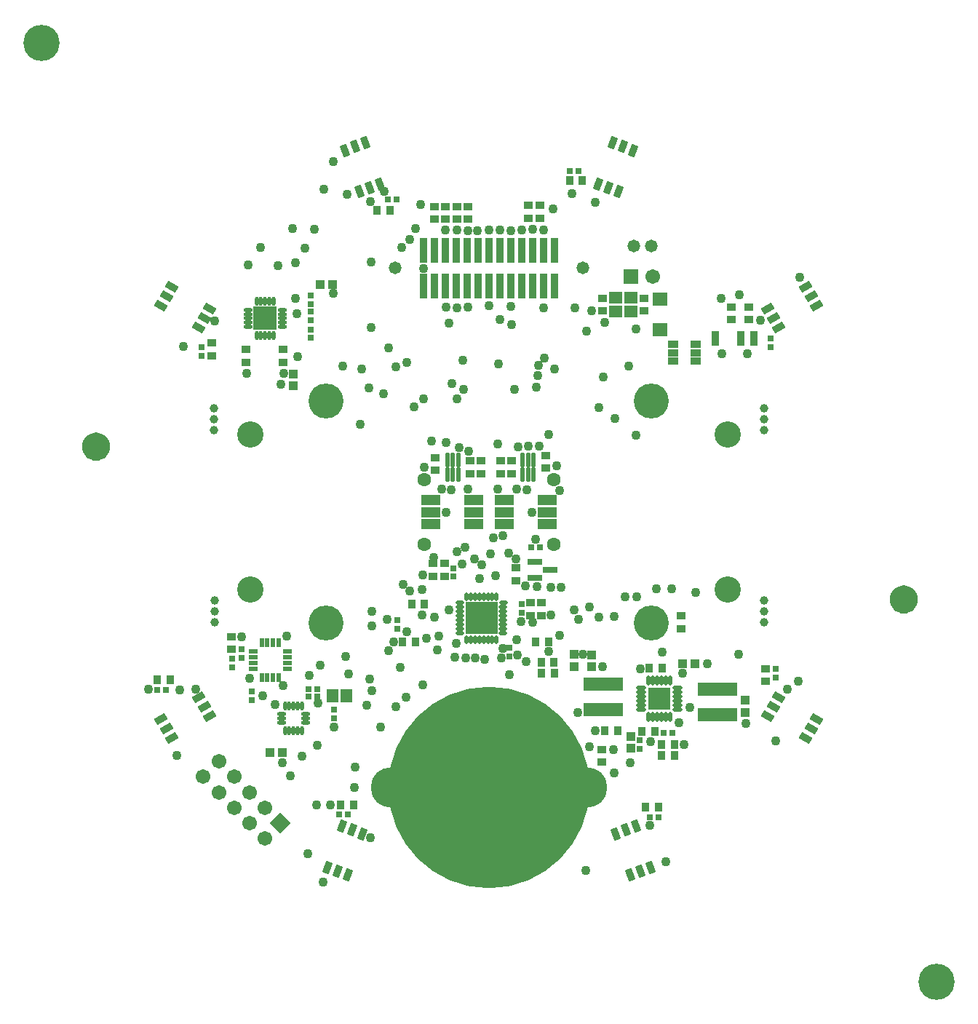
<source format=gts>
%FSLAX25Y25*%
%MOIN*%
G70*
G01*
G75*
G04 Layer_Color=8388736*
%ADD10R,0.03543X0.02756*%
%ADD11R,0.02756X0.03543*%
%ADD12R,0.01969X0.02362*%
%ADD13R,0.02362X0.01969*%
%ADD14R,0.07874X0.03937*%
G04:AMPARAMS|DCode=15|XSize=24mil|YSize=47mil|CornerRadius=0mil|HoleSize=0mil|Usage=FLASHONLY|Rotation=200.000|XOffset=0mil|YOffset=0mil|HoleType=Round|Shape=Rectangle|*
%AMROTATEDRECTD15*
4,1,4,0.00324,0.02619,0.01931,-0.01798,-0.00324,-0.02619,-0.01931,0.01798,0.00324,0.02619,0.0*
%
%ADD15ROTATEDRECTD15*%

G04:AMPARAMS|DCode=16|XSize=24mil|YSize=47mil|CornerRadius=0mil|HoleSize=0mil|Usage=FLASHONLY|Rotation=340.000|XOffset=0mil|YOffset=0mil|HoleType=Round|Shape=Rectangle|*
%AMROTATEDRECTD16*
4,1,4,-0.01931,-0.01798,-0.00324,0.02619,0.01931,0.01798,0.00324,-0.02619,-0.01931,-0.01798,0.0*
%
%ADD16ROTATEDRECTD16*%

G04:AMPARAMS|DCode=17|XSize=24mil|YSize=47mil|CornerRadius=0mil|HoleSize=0mil|Usage=FLASHONLY|Rotation=120.000|XOffset=0mil|YOffset=0mil|HoleType=Round|Shape=Rectangle|*
%AMROTATEDRECTD17*
4,1,4,0.02635,0.00136,-0.01435,-0.02214,-0.02635,-0.00136,0.01435,0.02214,0.02635,0.00136,0.0*
%
%ADD17ROTATEDRECTD17*%

%ADD18R,0.03543X0.03150*%
%ADD19R,0.03150X0.03543*%
%ADD20R,0.17300X0.05650*%
%ADD21O,0.01378X0.05906*%
G04:AMPARAMS|DCode=22|XSize=24mil|YSize=47mil|CornerRadius=0mil|HoleSize=0mil|Usage=FLASHONLY|Rotation=240.000|XOffset=0mil|YOffset=0mil|HoleType=Round|Shape=Rectangle|*
%AMROTATEDRECTD22*
4,1,4,-0.01435,0.02214,0.02635,-0.00136,0.01435,-0.02214,-0.02635,0.00136,-0.01435,0.02214,0.0*
%
%ADD22ROTATEDRECTD22*%

%ADD23R,0.05512X0.04724*%
%ADD24C,0.04000*%
%ADD25R,0.06299X0.05118*%
%ADD26R,0.02913X0.11004*%
%ADD27R,0.04724X0.05512*%
%ADD28R,0.03150X0.01181*%
%ADD29R,0.01181X0.03150*%
%ADD30O,0.03347X0.00984*%
%ADD31O,0.00984X0.03347*%
%ADD32O,0.03150X0.00984*%
%ADD33O,0.00984X0.03150*%
%ADD34R,0.14173X0.14173*%
%ADD35R,0.09843X0.09843*%
%ADD36O,0.00984X0.03740*%
%ADD37O,0.03740X0.00984*%
%ADD38R,0.09449X0.09449*%
%ADD39R,0.05906X0.02362*%
%ADD40R,0.04000X0.02800*%
%ADD41R,0.02756X0.05906*%
%ADD42C,0.02500*%
%ADD43C,0.04000*%
%ADD44C,0.00800*%
%ADD45C,0.01500*%
%ADD46C,0.01000*%
%ADD47C,0.03000*%
%ADD48C,0.02000*%
%ADD49R,0.15800X0.06400*%
%ADD50C,0.15800*%
%ADD51C,0.03100*%
%ADD52C,0.05512*%
%ADD53C,0.05000*%
%ADD54R,0.05906X0.05906*%
%ADD55C,0.05906*%
%ADD56P,0.08352X4X180.0*%
%ADD57C,0.03543*%
%ADD58C,0.03500*%
%ADD59C,0.11200*%
%ADD60C,0.15200*%
%ADD61C,0.17500*%
%ADD62C,0.91500*%
%ADD63C,0.02598*%
%ADD64C,0.00984*%
%ADD65C,0.00787*%
%ADD66C,0.00394*%
%ADD67C,0.00500*%
%ADD68R,0.04343X0.03556*%
%ADD69R,0.03556X0.04343*%
%ADD70R,0.02769X0.03162*%
%ADD71R,0.03162X0.02769*%
%ADD72R,0.08674X0.04737*%
G04:AMPARAMS|DCode=73|XSize=32mil|YSize=55mil|CornerRadius=0mil|HoleSize=0mil|Usage=FLASHONLY|Rotation=200.000|XOffset=0mil|YOffset=0mil|HoleType=Round|Shape=Rectangle|*
%AMROTATEDRECTD73*
4,1,4,0.00563,0.03131,0.02444,-0.02037,-0.00563,-0.03131,-0.02444,0.02037,0.00563,0.03131,0.0*
%
%ADD73ROTATEDRECTD73*%

G04:AMPARAMS|DCode=74|XSize=32mil|YSize=55mil|CornerRadius=0mil|HoleSize=0mil|Usage=FLASHONLY|Rotation=340.000|XOffset=0mil|YOffset=0mil|HoleType=Round|Shape=Rectangle|*
%AMROTATEDRECTD74*
4,1,4,-0.02444,-0.02037,-0.00563,0.03131,0.02444,0.02037,0.00563,-0.03131,-0.02444,-0.02037,0.0*
%
%ADD74ROTATEDRECTD74*%

G04:AMPARAMS|DCode=75|XSize=32mil|YSize=55mil|CornerRadius=0mil|HoleSize=0mil|Usage=FLASHONLY|Rotation=120.000|XOffset=0mil|YOffset=0mil|HoleType=Round|Shape=Rectangle|*
%AMROTATEDRECTD75*
4,1,4,0.03182,-0.00011,-0.01582,-0.02761,-0.03182,0.00011,0.01582,0.02761,0.03182,-0.00011,0.0*
%
%ADD75ROTATEDRECTD75*%

%ADD76R,0.04343X0.03950*%
%ADD77R,0.03950X0.04343*%
%ADD78R,0.18100X0.06450*%
%ADD79O,0.02178X0.06706*%
G04:AMPARAMS|DCode=80|XSize=32mil|YSize=55mil|CornerRadius=0mil|HoleSize=0mil|Usage=FLASHONLY|Rotation=240.000|XOffset=0mil|YOffset=0mil|HoleType=Round|Shape=Rectangle|*
%AMROTATEDRECTD80*
4,1,4,-0.01582,0.02761,0.03182,0.00011,0.01582,-0.02761,-0.03182,-0.00011,-0.01582,0.02761,0.0*
%
%ADD80ROTATEDRECTD80*%

%ADD81R,0.06312X0.05524*%
%ADD82R,0.07099X0.05918*%
%ADD83R,0.03713X0.11804*%
%ADD84R,0.05524X0.06312*%
%ADD85R,0.03950X0.01981*%
%ADD86R,0.01981X0.03950*%
%ADD87O,0.04147X0.01784*%
%ADD88O,0.01784X0.04147*%
%ADD89O,0.03950X0.01784*%
%ADD90O,0.01784X0.03950*%
%ADD91R,0.14973X0.14973*%
%ADD92R,0.10642X0.10642*%
%ADD93O,0.01784X0.04540*%
%ADD94O,0.04540X0.01784*%
%ADD95R,0.10249X0.10249*%
%ADD96R,0.06706X0.03162*%
%ADD97R,0.04800X0.03600*%
%ADD98R,0.03556X0.06706*%
%ADD99C,0.16600*%
%ADD100C,0.03900*%
%ADD101C,0.06312*%
%ADD102C,0.05800*%
%ADD103R,0.06706X0.06706*%
%ADD104C,0.06706*%
%ADD105P,0.09483X4X180.0*%
%ADD106C,0.04343*%
%ADD107C,0.04300*%
%ADD108C,0.12000*%
%ADD109C,0.16000*%
%ADD110C,0.18300*%
%ADD111C,0.92300*%
G36*
X591255Y366307D02*
X592461Y365941D01*
X593573Y365347D01*
X594547Y364547D01*
X595347Y363573D01*
X595941Y362461D01*
X596307Y361255D01*
X596431Y360000D01*
X596307Y358745D01*
X595941Y357539D01*
X595347Y356427D01*
X594547Y355453D01*
X593573Y354653D01*
X592461Y354059D01*
X591255Y353693D01*
X590000Y353569D01*
X588745Y353693D01*
X587539Y354059D01*
X586427Y354653D01*
X585453Y355453D01*
X584653Y356427D01*
X584059Y357539D01*
X583693Y358745D01*
X583569Y360000D01*
X583693Y361255D01*
X584059Y362461D01*
X584653Y363573D01*
X585453Y364547D01*
X586427Y365347D01*
X587539Y365941D01*
X588745Y366307D01*
X590000Y366431D01*
X591255Y366307D01*
D02*
G37*
G36*
X221255Y436307D02*
X222461Y435941D01*
X223573Y435347D01*
X224547Y434547D01*
X225347Y433573D01*
X225941Y432461D01*
X226307Y431255D01*
X226431Y430000D01*
X226307Y428745D01*
X225941Y427539D01*
X225347Y426427D01*
X224547Y425453D01*
X223573Y424653D01*
X222461Y424059D01*
X221255Y423693D01*
X220000Y423569D01*
X218745Y423693D01*
X217539Y424059D01*
X216427Y424653D01*
X215453Y425453D01*
X214653Y426427D01*
X214059Y427539D01*
X213693Y428745D01*
X213569Y430000D01*
X213693Y431255D01*
X214059Y432461D01*
X214653Y433573D01*
X215453Y434547D01*
X216427Y435347D01*
X217539Y435941D01*
X218745Y436307D01*
X220000Y436431D01*
X221255Y436307D01*
D02*
G37*
D68*
X423500Y534547D02*
D03*
Y540453D02*
D03*
X418000Y534547D02*
D03*
Y540453D02*
D03*
X488150Y352553D02*
D03*
Y346647D02*
D03*
X379600Y370597D02*
D03*
Y376503D02*
D03*
X391400Y417547D02*
D03*
Y423453D02*
D03*
X396400Y417547D02*
D03*
Y423453D02*
D03*
X375400Y424953D02*
D03*
Y419047D02*
D03*
X425900Y425953D02*
D03*
Y420047D02*
D03*
X451600Y285447D02*
D03*
Y291353D02*
D03*
X273000Y477453D02*
D03*
Y471547D02*
D03*
X526750Y322447D02*
D03*
Y328353D02*
D03*
X519000Y493953D02*
D03*
Y488047D02*
D03*
X281950Y342953D02*
D03*
Y337047D02*
D03*
X405400Y417547D02*
D03*
Y423453D02*
D03*
X410400Y423453D02*
D03*
Y417547D02*
D03*
X288800Y474553D02*
D03*
Y468647D02*
D03*
X305800Y474553D02*
D03*
Y468647D02*
D03*
X375000Y534047D02*
D03*
Y539953D02*
D03*
X380000Y534047D02*
D03*
Y539953D02*
D03*
X385500Y534047D02*
D03*
Y539953D02*
D03*
X390500Y534047D02*
D03*
Y539953D02*
D03*
X419000Y358453D02*
D03*
Y352547D02*
D03*
X374200Y370597D02*
D03*
Y376503D02*
D03*
X511000Y488047D02*
D03*
Y493953D02*
D03*
X452000Y492047D02*
D03*
Y497953D02*
D03*
X471000Y497953D02*
D03*
Y492047D02*
D03*
X412500Y374453D02*
D03*
Y368547D02*
D03*
X424000Y358453D02*
D03*
Y352547D02*
D03*
D69*
X364547Y358000D02*
D03*
X370453D02*
D03*
X429853Y331350D02*
D03*
X423947D02*
D03*
X423997Y326300D02*
D03*
X429903D02*
D03*
X475953Y299500D02*
D03*
X470047D02*
D03*
X484953Y288500D02*
D03*
X479047D02*
D03*
X479047Y293500D02*
D03*
X484953D02*
D03*
X348797Y538350D02*
D03*
X354703D02*
D03*
X254053Y323200D02*
D03*
X248147D02*
D03*
X332047Y266000D02*
D03*
X337953D02*
D03*
X471697Y264750D02*
D03*
X477603D02*
D03*
X442853Y551800D02*
D03*
X436947D02*
D03*
X479203Y328500D02*
D03*
X473297D02*
D03*
X366303Y340650D02*
D03*
X360397D02*
D03*
X453047Y300000D02*
D03*
X458953D02*
D03*
X427403Y340450D02*
D03*
X421497D02*
D03*
D70*
X357900Y346481D02*
D03*
Y350418D02*
D03*
X383650Y374319D02*
D03*
Y370381D02*
D03*
X318431Y491731D02*
D03*
Y487794D02*
D03*
X318400Y483669D02*
D03*
Y479731D02*
D03*
X268500Y471531D02*
D03*
Y475468D02*
D03*
X531400Y328219D02*
D03*
Y324282D02*
D03*
X529000Y479468D02*
D03*
Y475531D02*
D03*
X286800Y337268D02*
D03*
Y333331D02*
D03*
X282250Y332769D02*
D03*
Y328832D02*
D03*
X291500Y317969D02*
D03*
Y314032D02*
D03*
X329000Y309469D02*
D03*
Y305532D02*
D03*
X409500Y334032D02*
D03*
Y337968D02*
D03*
X318300Y499068D02*
D03*
Y495131D02*
D03*
X469000Y295468D02*
D03*
Y291531D02*
D03*
X415000Y354031D02*
D03*
Y357968D02*
D03*
D71*
X423468Y384000D02*
D03*
X419531D02*
D03*
X321468Y319000D02*
D03*
X317531D02*
D03*
X321468Y315500D02*
D03*
X317531D02*
D03*
X357618Y543350D02*
D03*
X353681D02*
D03*
X247982Y318550D02*
D03*
X251919Y318550D02*
D03*
X335469Y261500D02*
D03*
X331532D02*
D03*
X477619Y260250D02*
D03*
X473681D02*
D03*
X436932Y556300D02*
D03*
X440869D02*
D03*
X483968Y299000D02*
D03*
X480031D02*
D03*
D72*
X407063Y405512D02*
D03*
X426748D02*
D03*
Y400000D02*
D03*
X407063D02*
D03*
X426748Y394488D02*
D03*
X407063D02*
D03*
X392937D02*
D03*
X373252D02*
D03*
Y400000D02*
D03*
X392937D02*
D03*
X373252Y405512D02*
D03*
X392937D02*
D03*
D73*
X343278Y569107D02*
D03*
X350119Y550313D02*
D03*
X345420Y548603D02*
D03*
X340722Y546893D02*
D03*
X338580Y567397D02*
D03*
X333881Y565687D02*
D03*
X464722Y233893D02*
D03*
X457881Y252687D02*
D03*
X462580Y254397D02*
D03*
X467278Y256107D02*
D03*
X469420Y235603D02*
D03*
X474119Y237313D02*
D03*
D74*
X325881D02*
D03*
X332722Y256107D02*
D03*
X337420Y254397D02*
D03*
X342119Y252687D02*
D03*
X330580Y235603D02*
D03*
X335278Y233893D02*
D03*
X466119Y565687D02*
D03*
X459278Y546893D02*
D03*
X454580Y548603D02*
D03*
X449881Y550313D02*
D03*
X461420Y567397D02*
D03*
X456722Y569107D02*
D03*
D75*
X550160Y494670D02*
D03*
X532840Y484670D02*
D03*
X530340Y489000D02*
D03*
X527840Y493330D02*
D03*
X547660Y499000D02*
D03*
X545160Y503330D02*
D03*
X249840Y305330D02*
D03*
X267160Y315330D02*
D03*
X269660Y311000D02*
D03*
X272160Y306670D02*
D03*
X252340Y301000D02*
D03*
X254840Y296670D02*
D03*
D76*
X310500Y463256D02*
D03*
Y457744D02*
D03*
X446950Y334606D02*
D03*
Y329094D02*
D03*
X465000Y297256D02*
D03*
Y291744D02*
D03*
X517500Y308244D02*
D03*
Y313756D02*
D03*
X439050Y334706D02*
D03*
Y329194D02*
D03*
D77*
X305256Y289800D02*
D03*
X299744D02*
D03*
X494256Y330500D02*
D03*
X488744D02*
D03*
X322744Y504200D02*
D03*
X328256D02*
D03*
D78*
X504600Y307275D02*
D03*
Y318925D02*
D03*
X452500Y309675D02*
D03*
Y321325D02*
D03*
D79*
X415341Y417154D02*
D03*
X417900D02*
D03*
X420459D02*
D03*
X415341Y423846D02*
D03*
X417900D02*
D03*
X420459D02*
D03*
X380941Y417154D02*
D03*
X383500D02*
D03*
X386059D02*
D03*
X380941Y423846D02*
D03*
X383500D02*
D03*
X386059D02*
D03*
D80*
X254840Y503330D02*
D03*
X272160Y493330D02*
D03*
X269660Y489000D02*
D03*
X267160Y484670D02*
D03*
X252340Y499000D02*
D03*
X249840Y494670D02*
D03*
X545160Y296670D02*
D03*
X527840Y306670D02*
D03*
X530340Y311000D02*
D03*
X532840Y315330D02*
D03*
X547660Y301000D02*
D03*
X550160Y305330D02*
D03*
D81*
X458000Y491850D02*
D03*
Y498150D02*
D03*
X465000Y491850D02*
D03*
Y498150D02*
D03*
D82*
X478500Y497390D02*
D03*
Y483610D02*
D03*
D83*
X370000Y503698D02*
D03*
X430000D02*
D03*
X425000D02*
D03*
X420000D02*
D03*
X415000D02*
D03*
Y519702D02*
D03*
X420000D02*
D03*
X425000D02*
D03*
X430000D02*
D03*
X410000D02*
D03*
Y503698D02*
D03*
X405000D02*
D03*
Y519702D02*
D03*
X400000D02*
D03*
Y503698D02*
D03*
X395000D02*
D03*
Y519702D02*
D03*
X390000Y503698D02*
D03*
Y519702D02*
D03*
X385000D02*
D03*
Y503698D02*
D03*
X380000D02*
D03*
Y519702D02*
D03*
X375000D02*
D03*
Y503698D02*
D03*
X370000Y519702D02*
D03*
D84*
X328350Y316000D02*
D03*
X334650D02*
D03*
D85*
X291926Y328361D02*
D03*
Y330921D02*
D03*
Y333479D02*
D03*
Y336039D02*
D03*
X307674D02*
D03*
Y333479D02*
D03*
Y330921D02*
D03*
Y328361D02*
D03*
D86*
X295961Y340074D02*
D03*
X298520D02*
D03*
X301080D02*
D03*
X303639D02*
D03*
Y324326D02*
D03*
X301080D02*
D03*
X298520D02*
D03*
X295961D02*
D03*
D87*
X316110Y307469D02*
D03*
Y305500D02*
D03*
Y303532D02*
D03*
X304890D02*
D03*
Y305500D02*
D03*
Y307469D02*
D03*
X289724Y492637D02*
D03*
Y490668D02*
D03*
Y488700D02*
D03*
Y486731D02*
D03*
Y484763D02*
D03*
X305276D02*
D03*
Y486731D02*
D03*
Y488700D02*
D03*
Y490668D02*
D03*
Y492637D02*
D03*
D88*
X314437Y299890D02*
D03*
X312469D02*
D03*
X310500D02*
D03*
X308531D02*
D03*
X306563D02*
D03*
Y311110D02*
D03*
X308531D02*
D03*
X310500D02*
D03*
X312469D02*
D03*
X314437D02*
D03*
X301437Y496476D02*
D03*
X299468D02*
D03*
X297500D02*
D03*
X295532D02*
D03*
X293563D02*
D03*
Y480924D02*
D03*
X295532D02*
D03*
X297500D02*
D03*
X299468D02*
D03*
X301437D02*
D03*
D89*
X406442Y344610D02*
D03*
Y346579D02*
D03*
Y348547D02*
D03*
Y350516D02*
D03*
Y352484D02*
D03*
Y354453D02*
D03*
Y356421D02*
D03*
X406652Y358390D02*
D03*
X386757D02*
D03*
Y356421D02*
D03*
Y354453D02*
D03*
Y352484D02*
D03*
Y350516D02*
D03*
Y348547D02*
D03*
Y346579D02*
D03*
Y344610D02*
D03*
D90*
X403490Y361343D02*
D03*
X401521D02*
D03*
X399553D02*
D03*
X397584D02*
D03*
X395616D02*
D03*
X393647D02*
D03*
X391679D02*
D03*
X389710D02*
D03*
Y341657D02*
D03*
X391679D02*
D03*
X393647D02*
D03*
X395616D02*
D03*
X397584D02*
D03*
X399553D02*
D03*
X401521D02*
D03*
X403490D02*
D03*
D91*
X396600Y351500D02*
D03*
D92*
X297500Y488700D02*
D03*
D93*
X473179Y306332D02*
D03*
X475147D02*
D03*
X477116D02*
D03*
X479084D02*
D03*
X481053D02*
D03*
X483021D02*
D03*
Y322868D02*
D03*
X481053D02*
D03*
X479084D02*
D03*
X477116D02*
D03*
X475147D02*
D03*
X473179D02*
D03*
D94*
X486368Y309679D02*
D03*
Y311647D02*
D03*
Y313616D02*
D03*
Y315584D02*
D03*
Y317553D02*
D03*
Y319521D02*
D03*
X469832D02*
D03*
Y317553D02*
D03*
Y315584D02*
D03*
Y313616D02*
D03*
Y311647D02*
D03*
Y309679D02*
D03*
D95*
X478100Y314600D02*
D03*
D96*
X428043Y373500D02*
D03*
X420957Y369760D02*
D03*
Y377240D02*
D03*
D97*
X484387Y472993D02*
D03*
X484383Y469255D02*
D03*
X494600D02*
D03*
Y472995D02*
D03*
X484383Y476735D02*
D03*
X494600D02*
D03*
D98*
X515453Y479390D02*
D03*
X521358D02*
D03*
X503642D02*
D03*
D99*
X605000Y185000D02*
D03*
X195000Y615000D02*
D03*
D100*
X274500Y359500D02*
D03*
X526000Y447500D02*
D03*
Y442500D02*
D03*
Y437500D02*
D03*
Y349500D02*
D03*
Y354500D02*
D03*
Y359500D02*
D03*
X274500Y354500D02*
D03*
Y349500D02*
D03*
X274000Y437500D02*
D03*
Y442500D02*
D03*
Y447500D02*
D03*
D101*
X429537Y385236D02*
D03*
Y414764D02*
D03*
X370463D02*
D03*
Y385236D02*
D03*
D102*
X474500Y522000D02*
D03*
X466500D02*
D03*
X443100Y511700D02*
D03*
X356900D02*
D03*
D103*
X465000Y508000D02*
D03*
D104*
X475000D02*
D03*
X297429Y250429D02*
D03*
Y264571D02*
D03*
X290358Y257500D02*
D03*
Y271642D02*
D03*
X283287Y264571D02*
D03*
Y278713D02*
D03*
X276216Y271642D02*
D03*
Y285784D02*
D03*
X269145Y278713D02*
D03*
D105*
X304500Y257500D02*
D03*
D106*
X506595Y472500D02*
D03*
X518405D02*
D03*
D107*
X524300Y487800D02*
D03*
X514800Y499600D02*
D03*
X452900Y486900D02*
D03*
X353500Y351000D02*
D03*
X346500Y348000D02*
D03*
X383000Y459000D02*
D03*
X345000Y457000D02*
D03*
X360540Y367000D02*
D03*
X388000Y469500D02*
D03*
X452500Y461750D02*
D03*
X260000Y475950D02*
D03*
X457250Y280550D02*
D03*
X377100Y343150D02*
D03*
X409050Y381250D02*
D03*
X400550Y381000D02*
D03*
X404500Y467750D02*
D03*
X405000Y529100D02*
D03*
X402900Y371000D02*
D03*
X396650Y375700D02*
D03*
X393450Y378650D02*
D03*
X395650Y369600D02*
D03*
X362200Y345350D02*
D03*
X412400Y378550D02*
D03*
X421350Y387650D02*
D03*
X467450Y435300D02*
D03*
X479300Y335750D02*
D03*
X405800Y333350D02*
D03*
X406300Y337650D02*
D03*
X393600Y333200D02*
D03*
X412550Y341600D02*
D03*
X389300Y333200D02*
D03*
X384400Y333500D02*
D03*
X381550Y486550D02*
D03*
X345550Y250900D02*
D03*
X362300Y468600D02*
D03*
X381826Y355200D02*
D03*
X444850Y482700D02*
D03*
X422700Y467200D02*
D03*
X410400Y486000D02*
D03*
X422300Y462400D02*
D03*
X425350Y470650D02*
D03*
X404900Y488200D02*
D03*
X374550Y379250D02*
D03*
X457600Y442800D02*
D03*
X476850Y364800D02*
D03*
X462450Y361250D02*
D03*
X457400Y352200D02*
D03*
X450400Y351750D02*
D03*
X500100Y330600D02*
D03*
X469350Y328150D02*
D03*
X335650Y325750D02*
D03*
X448750Y299950D02*
D03*
X322800Y329900D02*
D03*
X494800Y363300D02*
D03*
X464850Y285200D02*
D03*
X334350Y333700D02*
D03*
X346400Y354650D02*
D03*
X353950Y336600D02*
D03*
X356200Y340550D02*
D03*
X346150Y514500D02*
D03*
X369700Y320800D02*
D03*
X357450Y311000D02*
D03*
X286800Y342950D02*
D03*
X307400Y343200D02*
D03*
X305800Y320550D02*
D03*
X427450Y336350D02*
D03*
X409500Y325500D02*
D03*
X452100Y329100D02*
D03*
X432400Y409700D02*
D03*
X380500Y432000D02*
D03*
X340950Y440200D02*
D03*
X386300Y429600D02*
D03*
X427300Y435400D02*
D03*
X450400Y447750D02*
D03*
X390800Y427900D02*
D03*
X373600Y432400D02*
D03*
X412700Y410500D02*
D03*
X474150Y294700D02*
D03*
X390500Y410500D02*
D03*
X419600Y400000D02*
D03*
X321600Y312400D02*
D03*
X338600Y283100D02*
D03*
X422900Y430300D02*
D03*
X483600Y364700D02*
D03*
X370500Y420400D02*
D03*
X321500Y293200D02*
D03*
X488800Y326200D02*
D03*
X413300Y429800D02*
D03*
X418000Y430200D02*
D03*
X289700Y513200D02*
D03*
X295400Y521100D02*
D03*
X315600Y520950D02*
D03*
X365700Y448100D02*
D03*
X324500Y547900D02*
D03*
X328900Y301600D02*
D03*
X305500Y285300D02*
D03*
X314400Y288100D02*
D03*
X492100Y310600D02*
D03*
X487100Y303600D02*
D03*
X420100Y529400D02*
D03*
X415100Y529100D02*
D03*
X380100Y529200D02*
D03*
X390400Y528700D02*
D03*
X369900Y451800D02*
D03*
X380200Y493800D02*
D03*
X385200Y493500D02*
D03*
X366300Y530000D02*
D03*
X360000Y521300D02*
D03*
X320150Y529500D02*
D03*
X309900Y529900D02*
D03*
X303350Y512800D02*
D03*
X333050Y467000D02*
D03*
X517550Y303100D02*
D03*
X357400Y466400D02*
D03*
X311450Y514300D02*
D03*
X411800Y456300D02*
D03*
X380500Y399800D02*
D03*
X439400Y493400D02*
D03*
X421600Y457200D02*
D03*
X338200Y273900D02*
D03*
X290500Y323700D02*
D03*
X371200Y342200D02*
D03*
X327500Y265700D02*
D03*
X321000Y266000D02*
D03*
X430900Y421300D02*
D03*
X445900Y356400D02*
D03*
X370000Y511600D02*
D03*
X385400Y451800D02*
D03*
X388400Y456300D02*
D03*
X363700Y524800D02*
D03*
X385300Y529300D02*
D03*
X409900Y494300D02*
D03*
X302100Y311900D02*
D03*
X309000Y279150D02*
D03*
X410000Y528900D02*
D03*
X359438Y328862D02*
D03*
X362000Y315100D02*
D03*
X376200Y336800D02*
D03*
X385100Y340000D02*
D03*
X350400Y301400D02*
D03*
X344000Y311400D02*
D03*
X346200Y318100D02*
D03*
X351750Y454100D02*
D03*
X399900Y529200D02*
D03*
X354000Y475300D02*
D03*
X430000Y465500D02*
D03*
X311500Y497900D02*
D03*
X390300Y493800D02*
D03*
X417500Y410100D02*
D03*
X378200Y410500D02*
D03*
X400100Y494600D02*
D03*
X317700Y325200D02*
D03*
X296350Y315800D02*
D03*
X312100Y490700D02*
D03*
X288900Y463400D02*
D03*
X304600Y458500D02*
D03*
X306000Y463500D02*
D03*
X312300Y471100D02*
D03*
X424900Y529100D02*
D03*
X352100Y546900D02*
D03*
X368650Y540700D02*
D03*
X345841Y542150D02*
D03*
X328750Y560500D02*
D03*
X335000Y545450D02*
D03*
X274400Y487500D02*
D03*
X541550Y322650D02*
D03*
X531250Y295250D02*
D03*
X536550Y318700D02*
D03*
X514200Y334800D02*
D03*
X444250Y235950D02*
D03*
X473750Y256650D02*
D03*
X481050Y239700D02*
D03*
X316900Y243400D02*
D03*
X324150Y230600D02*
D03*
X257100Y288600D02*
D03*
X448700Y541750D02*
D03*
X394700Y528800D02*
D03*
X425050Y493650D02*
D03*
X346050Y484600D02*
D03*
X328850Y500100D02*
D03*
X363600Y363800D02*
D03*
X258500Y318600D02*
D03*
X265850Y318850D02*
D03*
X244000Y318700D02*
D03*
X341850Y465500D02*
D03*
X382750Y410100D02*
D03*
X404050Y410650D02*
D03*
X404000Y431200D02*
D03*
X385200Y381750D02*
D03*
X387800Y376200D02*
D03*
X388900Y383950D02*
D03*
X402150Y388200D02*
D03*
X369400Y352700D02*
D03*
X375000Y351850D02*
D03*
X406400Y389050D02*
D03*
X440750Y308350D02*
D03*
X489500Y293550D02*
D03*
X446050Y292450D02*
D03*
X439100Y355350D02*
D03*
X467550Y361100D02*
D03*
X456950Y291150D02*
D03*
X397890Y332655D02*
D03*
X542500Y507500D02*
D03*
X506500Y497710D02*
D03*
X447000Y492095D02*
D03*
X464000Y467000D02*
D03*
X467500Y484000D02*
D03*
X438000Y546000D02*
D03*
X429500Y539000D02*
D03*
X443000Y334700D02*
D03*
X441000Y351000D02*
D03*
X422000Y366000D02*
D03*
X433000Y365500D02*
D03*
X428500D02*
D03*
X416812Y366179D02*
D03*
X414688Y349718D02*
D03*
X432500Y343500D02*
D03*
X428500Y353000D02*
D03*
X420094Y349670D02*
D03*
X345500Y323500D02*
D03*
X369500Y364500D02*
D03*
X369740Y371040D02*
D03*
X416935Y331530D02*
D03*
X413000Y334500D02*
D03*
D108*
X509300Y364600D02*
D03*
X290700D02*
D03*
X509300Y435400D02*
D03*
X290700D02*
D03*
D109*
X474500Y349200D02*
D03*
X325500D02*
D03*
X474500Y450800D02*
D03*
X325500D02*
D03*
D110*
X445000Y274000D02*
D03*
X355000D02*
D03*
D111*
X400000D02*
D03*
M02*

</source>
